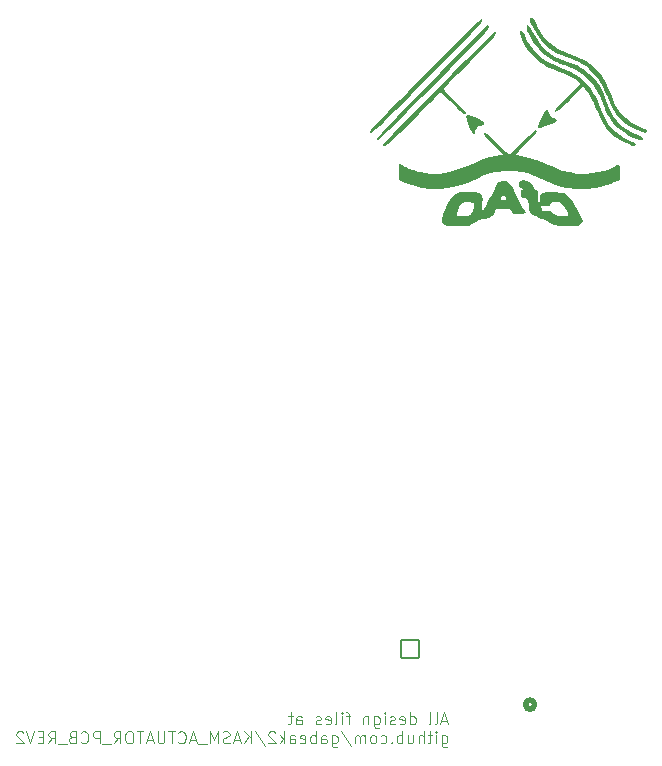
<source format=gbr>
%TF.GenerationSoftware,KiCad,Pcbnew,8.0.1*%
%TF.CreationDate,2024-11-04T21:37:07-08:00*%
%TF.ProjectId,kasm_pcb_rev2,6b61736d-5f70-4636-925f-726576322e6b,rev?*%
%TF.SameCoordinates,Original*%
%TF.FileFunction,Legend,Bot*%
%TF.FilePolarity,Positive*%
%FSLAX46Y46*%
G04 Gerber Fmt 4.6, Leading zero omitted, Abs format (unit mm)*
G04 Created by KiCad (PCBNEW 8.0.1) date 2024-11-04 21:37:07*
%MOMM*%
%LPD*%
G01*
G04 APERTURE LIST*
G04 Aperture macros list*
%AMRoundRect*
0 Rectangle with rounded corners*
0 $1 Rounding radius*
0 $2 $3 $4 $5 $6 $7 $8 $9 X,Y pos of 4 corners*
0 Add a 4 corners polygon primitive as box body*
4,1,4,$2,$3,$4,$5,$6,$7,$8,$9,$2,$3,0*
0 Add four circle primitives for the rounded corners*
1,1,$1+$1,$2,$3*
1,1,$1+$1,$4,$5*
1,1,$1+$1,$6,$7*
1,1,$1+$1,$8,$9*
0 Add four rect primitives between the rounded corners*
20,1,$1+$1,$2,$3,$4,$5,0*
20,1,$1+$1,$4,$5,$6,$7,0*
20,1,$1+$1,$6,$7,$8,$9,0*
20,1,$1+$1,$8,$9,$2,$3,0*%
G04 Aperture macros list end*
%ADD10C,0.100000*%
%ADD11C,0.508000*%
%ADD12C,0.000000*%
%ADD13C,4.395000*%
%ADD14RoundRect,0.102000X-0.781050X-0.781050X0.781050X-0.781050X0.781050X0.781050X-0.781050X0.781050X0*%
%ADD15C,1.766100*%
%ADD16R,1.000000X1.000000*%
%ADD17RoundRect,0.250000X1.330000X1.800000X-1.330000X1.800000X-1.330000X-1.800000X1.330000X-1.800000X0*%
%ADD18O,3.160000X4.100000*%
%ADD19C,5.600000*%
%ADD20C,1.574800*%
%ADD21C,1.575000*%
%ADD22C,5.175000*%
%ADD23C,1.000000*%
%ADD24R,1.700000X1.700000*%
%ADD25O,1.700000X1.700000*%
G04 APERTURE END LIST*
D10*
X124330734Y-120353960D02*
X123854544Y-120353960D01*
X124425972Y-120639675D02*
X124092639Y-119639675D01*
X124092639Y-119639675D02*
X123759306Y-120639675D01*
X123283115Y-120639675D02*
X123378353Y-120592056D01*
X123378353Y-120592056D02*
X123425972Y-120496817D01*
X123425972Y-120496817D02*
X123425972Y-119639675D01*
X122759305Y-120639675D02*
X122854543Y-120592056D01*
X122854543Y-120592056D02*
X122902162Y-120496817D01*
X122902162Y-120496817D02*
X122902162Y-119639675D01*
X121187876Y-120639675D02*
X121187876Y-119639675D01*
X121187876Y-120592056D02*
X121283114Y-120639675D01*
X121283114Y-120639675D02*
X121473590Y-120639675D01*
X121473590Y-120639675D02*
X121568828Y-120592056D01*
X121568828Y-120592056D02*
X121616447Y-120544436D01*
X121616447Y-120544436D02*
X121664066Y-120449198D01*
X121664066Y-120449198D02*
X121664066Y-120163484D01*
X121664066Y-120163484D02*
X121616447Y-120068246D01*
X121616447Y-120068246D02*
X121568828Y-120020627D01*
X121568828Y-120020627D02*
X121473590Y-119973008D01*
X121473590Y-119973008D02*
X121283114Y-119973008D01*
X121283114Y-119973008D02*
X121187876Y-120020627D01*
X120330733Y-120592056D02*
X120425971Y-120639675D01*
X120425971Y-120639675D02*
X120616447Y-120639675D01*
X120616447Y-120639675D02*
X120711685Y-120592056D01*
X120711685Y-120592056D02*
X120759304Y-120496817D01*
X120759304Y-120496817D02*
X120759304Y-120115865D01*
X120759304Y-120115865D02*
X120711685Y-120020627D01*
X120711685Y-120020627D02*
X120616447Y-119973008D01*
X120616447Y-119973008D02*
X120425971Y-119973008D01*
X120425971Y-119973008D02*
X120330733Y-120020627D01*
X120330733Y-120020627D02*
X120283114Y-120115865D01*
X120283114Y-120115865D02*
X120283114Y-120211103D01*
X120283114Y-120211103D02*
X120759304Y-120306341D01*
X119902161Y-120592056D02*
X119806923Y-120639675D01*
X119806923Y-120639675D02*
X119616447Y-120639675D01*
X119616447Y-120639675D02*
X119521209Y-120592056D01*
X119521209Y-120592056D02*
X119473590Y-120496817D01*
X119473590Y-120496817D02*
X119473590Y-120449198D01*
X119473590Y-120449198D02*
X119521209Y-120353960D01*
X119521209Y-120353960D02*
X119616447Y-120306341D01*
X119616447Y-120306341D02*
X119759304Y-120306341D01*
X119759304Y-120306341D02*
X119854542Y-120258722D01*
X119854542Y-120258722D02*
X119902161Y-120163484D01*
X119902161Y-120163484D02*
X119902161Y-120115865D01*
X119902161Y-120115865D02*
X119854542Y-120020627D01*
X119854542Y-120020627D02*
X119759304Y-119973008D01*
X119759304Y-119973008D02*
X119616447Y-119973008D01*
X119616447Y-119973008D02*
X119521209Y-120020627D01*
X119045018Y-120639675D02*
X119045018Y-119973008D01*
X119045018Y-119639675D02*
X119092637Y-119687294D01*
X119092637Y-119687294D02*
X119045018Y-119734913D01*
X119045018Y-119734913D02*
X118997399Y-119687294D01*
X118997399Y-119687294D02*
X119045018Y-119639675D01*
X119045018Y-119639675D02*
X119045018Y-119734913D01*
X118140257Y-119973008D02*
X118140257Y-120782532D01*
X118140257Y-120782532D02*
X118187876Y-120877770D01*
X118187876Y-120877770D02*
X118235495Y-120925389D01*
X118235495Y-120925389D02*
X118330733Y-120973008D01*
X118330733Y-120973008D02*
X118473590Y-120973008D01*
X118473590Y-120973008D02*
X118568828Y-120925389D01*
X118140257Y-120592056D02*
X118235495Y-120639675D01*
X118235495Y-120639675D02*
X118425971Y-120639675D01*
X118425971Y-120639675D02*
X118521209Y-120592056D01*
X118521209Y-120592056D02*
X118568828Y-120544436D01*
X118568828Y-120544436D02*
X118616447Y-120449198D01*
X118616447Y-120449198D02*
X118616447Y-120163484D01*
X118616447Y-120163484D02*
X118568828Y-120068246D01*
X118568828Y-120068246D02*
X118521209Y-120020627D01*
X118521209Y-120020627D02*
X118425971Y-119973008D01*
X118425971Y-119973008D02*
X118235495Y-119973008D01*
X118235495Y-119973008D02*
X118140257Y-120020627D01*
X117664066Y-119973008D02*
X117664066Y-120639675D01*
X117664066Y-120068246D02*
X117616447Y-120020627D01*
X117616447Y-120020627D02*
X117521209Y-119973008D01*
X117521209Y-119973008D02*
X117378352Y-119973008D01*
X117378352Y-119973008D02*
X117283114Y-120020627D01*
X117283114Y-120020627D02*
X117235495Y-120115865D01*
X117235495Y-120115865D02*
X117235495Y-120639675D01*
X116140256Y-119973008D02*
X115759304Y-119973008D01*
X115997399Y-120639675D02*
X115997399Y-119782532D01*
X115997399Y-119782532D02*
X115949780Y-119687294D01*
X115949780Y-119687294D02*
X115854542Y-119639675D01*
X115854542Y-119639675D02*
X115759304Y-119639675D01*
X115425970Y-120639675D02*
X115425970Y-119973008D01*
X115425970Y-119639675D02*
X115473589Y-119687294D01*
X115473589Y-119687294D02*
X115425970Y-119734913D01*
X115425970Y-119734913D02*
X115378351Y-119687294D01*
X115378351Y-119687294D02*
X115425970Y-119639675D01*
X115425970Y-119639675D02*
X115425970Y-119734913D01*
X114806923Y-120639675D02*
X114902161Y-120592056D01*
X114902161Y-120592056D02*
X114949780Y-120496817D01*
X114949780Y-120496817D02*
X114949780Y-119639675D01*
X114045018Y-120592056D02*
X114140256Y-120639675D01*
X114140256Y-120639675D02*
X114330732Y-120639675D01*
X114330732Y-120639675D02*
X114425970Y-120592056D01*
X114425970Y-120592056D02*
X114473589Y-120496817D01*
X114473589Y-120496817D02*
X114473589Y-120115865D01*
X114473589Y-120115865D02*
X114425970Y-120020627D01*
X114425970Y-120020627D02*
X114330732Y-119973008D01*
X114330732Y-119973008D02*
X114140256Y-119973008D01*
X114140256Y-119973008D02*
X114045018Y-120020627D01*
X114045018Y-120020627D02*
X113997399Y-120115865D01*
X113997399Y-120115865D02*
X113997399Y-120211103D01*
X113997399Y-120211103D02*
X114473589Y-120306341D01*
X113616446Y-120592056D02*
X113521208Y-120639675D01*
X113521208Y-120639675D02*
X113330732Y-120639675D01*
X113330732Y-120639675D02*
X113235494Y-120592056D01*
X113235494Y-120592056D02*
X113187875Y-120496817D01*
X113187875Y-120496817D02*
X113187875Y-120449198D01*
X113187875Y-120449198D02*
X113235494Y-120353960D01*
X113235494Y-120353960D02*
X113330732Y-120306341D01*
X113330732Y-120306341D02*
X113473589Y-120306341D01*
X113473589Y-120306341D02*
X113568827Y-120258722D01*
X113568827Y-120258722D02*
X113616446Y-120163484D01*
X113616446Y-120163484D02*
X113616446Y-120115865D01*
X113616446Y-120115865D02*
X113568827Y-120020627D01*
X113568827Y-120020627D02*
X113473589Y-119973008D01*
X113473589Y-119973008D02*
X113330732Y-119973008D01*
X113330732Y-119973008D02*
X113235494Y-120020627D01*
X111568827Y-120639675D02*
X111568827Y-120115865D01*
X111568827Y-120115865D02*
X111616446Y-120020627D01*
X111616446Y-120020627D02*
X111711684Y-119973008D01*
X111711684Y-119973008D02*
X111902160Y-119973008D01*
X111902160Y-119973008D02*
X111997398Y-120020627D01*
X111568827Y-120592056D02*
X111664065Y-120639675D01*
X111664065Y-120639675D02*
X111902160Y-120639675D01*
X111902160Y-120639675D02*
X111997398Y-120592056D01*
X111997398Y-120592056D02*
X112045017Y-120496817D01*
X112045017Y-120496817D02*
X112045017Y-120401579D01*
X112045017Y-120401579D02*
X111997398Y-120306341D01*
X111997398Y-120306341D02*
X111902160Y-120258722D01*
X111902160Y-120258722D02*
X111664065Y-120258722D01*
X111664065Y-120258722D02*
X111568827Y-120211103D01*
X111235493Y-119973008D02*
X110854541Y-119973008D01*
X111092636Y-119639675D02*
X111092636Y-120496817D01*
X111092636Y-120496817D02*
X111045017Y-120592056D01*
X111045017Y-120592056D02*
X110949779Y-120639675D01*
X110949779Y-120639675D02*
X110854541Y-120639675D01*
X123854544Y-121582952D02*
X123854544Y-122392476D01*
X123854544Y-122392476D02*
X123902163Y-122487714D01*
X123902163Y-122487714D02*
X123949782Y-122535333D01*
X123949782Y-122535333D02*
X124045020Y-122582952D01*
X124045020Y-122582952D02*
X124187877Y-122582952D01*
X124187877Y-122582952D02*
X124283115Y-122535333D01*
X123854544Y-122202000D02*
X123949782Y-122249619D01*
X123949782Y-122249619D02*
X124140258Y-122249619D01*
X124140258Y-122249619D02*
X124235496Y-122202000D01*
X124235496Y-122202000D02*
X124283115Y-122154380D01*
X124283115Y-122154380D02*
X124330734Y-122059142D01*
X124330734Y-122059142D02*
X124330734Y-121773428D01*
X124330734Y-121773428D02*
X124283115Y-121678190D01*
X124283115Y-121678190D02*
X124235496Y-121630571D01*
X124235496Y-121630571D02*
X124140258Y-121582952D01*
X124140258Y-121582952D02*
X123949782Y-121582952D01*
X123949782Y-121582952D02*
X123854544Y-121630571D01*
X123378353Y-122249619D02*
X123378353Y-121582952D01*
X123378353Y-121249619D02*
X123425972Y-121297238D01*
X123425972Y-121297238D02*
X123378353Y-121344857D01*
X123378353Y-121344857D02*
X123330734Y-121297238D01*
X123330734Y-121297238D02*
X123378353Y-121249619D01*
X123378353Y-121249619D02*
X123378353Y-121344857D01*
X123045020Y-121582952D02*
X122664068Y-121582952D01*
X122902163Y-121249619D02*
X122902163Y-122106761D01*
X122902163Y-122106761D02*
X122854544Y-122202000D01*
X122854544Y-122202000D02*
X122759306Y-122249619D01*
X122759306Y-122249619D02*
X122664068Y-122249619D01*
X122330734Y-122249619D02*
X122330734Y-121249619D01*
X121902163Y-122249619D02*
X121902163Y-121725809D01*
X121902163Y-121725809D02*
X121949782Y-121630571D01*
X121949782Y-121630571D02*
X122045020Y-121582952D01*
X122045020Y-121582952D02*
X122187877Y-121582952D01*
X122187877Y-121582952D02*
X122283115Y-121630571D01*
X122283115Y-121630571D02*
X122330734Y-121678190D01*
X120997401Y-121582952D02*
X120997401Y-122249619D01*
X121425972Y-121582952D02*
X121425972Y-122106761D01*
X121425972Y-122106761D02*
X121378353Y-122202000D01*
X121378353Y-122202000D02*
X121283115Y-122249619D01*
X121283115Y-122249619D02*
X121140258Y-122249619D01*
X121140258Y-122249619D02*
X121045020Y-122202000D01*
X121045020Y-122202000D02*
X120997401Y-122154380D01*
X120521210Y-122249619D02*
X120521210Y-121249619D01*
X120521210Y-121630571D02*
X120425972Y-121582952D01*
X120425972Y-121582952D02*
X120235496Y-121582952D01*
X120235496Y-121582952D02*
X120140258Y-121630571D01*
X120140258Y-121630571D02*
X120092639Y-121678190D01*
X120092639Y-121678190D02*
X120045020Y-121773428D01*
X120045020Y-121773428D02*
X120045020Y-122059142D01*
X120045020Y-122059142D02*
X120092639Y-122154380D01*
X120092639Y-122154380D02*
X120140258Y-122202000D01*
X120140258Y-122202000D02*
X120235496Y-122249619D01*
X120235496Y-122249619D02*
X120425972Y-122249619D01*
X120425972Y-122249619D02*
X120521210Y-122202000D01*
X119616448Y-122154380D02*
X119568829Y-122202000D01*
X119568829Y-122202000D02*
X119616448Y-122249619D01*
X119616448Y-122249619D02*
X119664067Y-122202000D01*
X119664067Y-122202000D02*
X119616448Y-122154380D01*
X119616448Y-122154380D02*
X119616448Y-122249619D01*
X118711687Y-122202000D02*
X118806925Y-122249619D01*
X118806925Y-122249619D02*
X118997401Y-122249619D01*
X118997401Y-122249619D02*
X119092639Y-122202000D01*
X119092639Y-122202000D02*
X119140258Y-122154380D01*
X119140258Y-122154380D02*
X119187877Y-122059142D01*
X119187877Y-122059142D02*
X119187877Y-121773428D01*
X119187877Y-121773428D02*
X119140258Y-121678190D01*
X119140258Y-121678190D02*
X119092639Y-121630571D01*
X119092639Y-121630571D02*
X118997401Y-121582952D01*
X118997401Y-121582952D02*
X118806925Y-121582952D01*
X118806925Y-121582952D02*
X118711687Y-121630571D01*
X118140258Y-122249619D02*
X118235496Y-122202000D01*
X118235496Y-122202000D02*
X118283115Y-122154380D01*
X118283115Y-122154380D02*
X118330734Y-122059142D01*
X118330734Y-122059142D02*
X118330734Y-121773428D01*
X118330734Y-121773428D02*
X118283115Y-121678190D01*
X118283115Y-121678190D02*
X118235496Y-121630571D01*
X118235496Y-121630571D02*
X118140258Y-121582952D01*
X118140258Y-121582952D02*
X117997401Y-121582952D01*
X117997401Y-121582952D02*
X117902163Y-121630571D01*
X117902163Y-121630571D02*
X117854544Y-121678190D01*
X117854544Y-121678190D02*
X117806925Y-121773428D01*
X117806925Y-121773428D02*
X117806925Y-122059142D01*
X117806925Y-122059142D02*
X117854544Y-122154380D01*
X117854544Y-122154380D02*
X117902163Y-122202000D01*
X117902163Y-122202000D02*
X117997401Y-122249619D01*
X117997401Y-122249619D02*
X118140258Y-122249619D01*
X117378353Y-122249619D02*
X117378353Y-121582952D01*
X117378353Y-121678190D02*
X117330734Y-121630571D01*
X117330734Y-121630571D02*
X117235496Y-121582952D01*
X117235496Y-121582952D02*
X117092639Y-121582952D01*
X117092639Y-121582952D02*
X116997401Y-121630571D01*
X116997401Y-121630571D02*
X116949782Y-121725809D01*
X116949782Y-121725809D02*
X116949782Y-122249619D01*
X116949782Y-121725809D02*
X116902163Y-121630571D01*
X116902163Y-121630571D02*
X116806925Y-121582952D01*
X116806925Y-121582952D02*
X116664068Y-121582952D01*
X116664068Y-121582952D02*
X116568829Y-121630571D01*
X116568829Y-121630571D02*
X116521210Y-121725809D01*
X116521210Y-121725809D02*
X116521210Y-122249619D01*
X115330735Y-121202000D02*
X116187877Y-122487714D01*
X114568830Y-121582952D02*
X114568830Y-122392476D01*
X114568830Y-122392476D02*
X114616449Y-122487714D01*
X114616449Y-122487714D02*
X114664068Y-122535333D01*
X114664068Y-122535333D02*
X114759306Y-122582952D01*
X114759306Y-122582952D02*
X114902163Y-122582952D01*
X114902163Y-122582952D02*
X114997401Y-122535333D01*
X114568830Y-122202000D02*
X114664068Y-122249619D01*
X114664068Y-122249619D02*
X114854544Y-122249619D01*
X114854544Y-122249619D02*
X114949782Y-122202000D01*
X114949782Y-122202000D02*
X114997401Y-122154380D01*
X114997401Y-122154380D02*
X115045020Y-122059142D01*
X115045020Y-122059142D02*
X115045020Y-121773428D01*
X115045020Y-121773428D02*
X114997401Y-121678190D01*
X114997401Y-121678190D02*
X114949782Y-121630571D01*
X114949782Y-121630571D02*
X114854544Y-121582952D01*
X114854544Y-121582952D02*
X114664068Y-121582952D01*
X114664068Y-121582952D02*
X114568830Y-121630571D01*
X113664068Y-122249619D02*
X113664068Y-121725809D01*
X113664068Y-121725809D02*
X113711687Y-121630571D01*
X113711687Y-121630571D02*
X113806925Y-121582952D01*
X113806925Y-121582952D02*
X113997401Y-121582952D01*
X113997401Y-121582952D02*
X114092639Y-121630571D01*
X113664068Y-122202000D02*
X113759306Y-122249619D01*
X113759306Y-122249619D02*
X113997401Y-122249619D01*
X113997401Y-122249619D02*
X114092639Y-122202000D01*
X114092639Y-122202000D02*
X114140258Y-122106761D01*
X114140258Y-122106761D02*
X114140258Y-122011523D01*
X114140258Y-122011523D02*
X114092639Y-121916285D01*
X114092639Y-121916285D02*
X113997401Y-121868666D01*
X113997401Y-121868666D02*
X113759306Y-121868666D01*
X113759306Y-121868666D02*
X113664068Y-121821047D01*
X113187877Y-122249619D02*
X113187877Y-121249619D01*
X113187877Y-121630571D02*
X113092639Y-121582952D01*
X113092639Y-121582952D02*
X112902163Y-121582952D01*
X112902163Y-121582952D02*
X112806925Y-121630571D01*
X112806925Y-121630571D02*
X112759306Y-121678190D01*
X112759306Y-121678190D02*
X112711687Y-121773428D01*
X112711687Y-121773428D02*
X112711687Y-122059142D01*
X112711687Y-122059142D02*
X112759306Y-122154380D01*
X112759306Y-122154380D02*
X112806925Y-122202000D01*
X112806925Y-122202000D02*
X112902163Y-122249619D01*
X112902163Y-122249619D02*
X113092639Y-122249619D01*
X113092639Y-122249619D02*
X113187877Y-122202000D01*
X111902163Y-122202000D02*
X111997401Y-122249619D01*
X111997401Y-122249619D02*
X112187877Y-122249619D01*
X112187877Y-122249619D02*
X112283115Y-122202000D01*
X112283115Y-122202000D02*
X112330734Y-122106761D01*
X112330734Y-122106761D02*
X112330734Y-121725809D01*
X112330734Y-121725809D02*
X112283115Y-121630571D01*
X112283115Y-121630571D02*
X112187877Y-121582952D01*
X112187877Y-121582952D02*
X111997401Y-121582952D01*
X111997401Y-121582952D02*
X111902163Y-121630571D01*
X111902163Y-121630571D02*
X111854544Y-121725809D01*
X111854544Y-121725809D02*
X111854544Y-121821047D01*
X111854544Y-121821047D02*
X112330734Y-121916285D01*
X110997401Y-122249619D02*
X110997401Y-121725809D01*
X110997401Y-121725809D02*
X111045020Y-121630571D01*
X111045020Y-121630571D02*
X111140258Y-121582952D01*
X111140258Y-121582952D02*
X111330734Y-121582952D01*
X111330734Y-121582952D02*
X111425972Y-121630571D01*
X110997401Y-122202000D02*
X111092639Y-122249619D01*
X111092639Y-122249619D02*
X111330734Y-122249619D01*
X111330734Y-122249619D02*
X111425972Y-122202000D01*
X111425972Y-122202000D02*
X111473591Y-122106761D01*
X111473591Y-122106761D02*
X111473591Y-122011523D01*
X111473591Y-122011523D02*
X111425972Y-121916285D01*
X111425972Y-121916285D02*
X111330734Y-121868666D01*
X111330734Y-121868666D02*
X111092639Y-121868666D01*
X111092639Y-121868666D02*
X110997401Y-121821047D01*
X110521210Y-122249619D02*
X110521210Y-121249619D01*
X110425972Y-121868666D02*
X110140258Y-122249619D01*
X110140258Y-121582952D02*
X110521210Y-121963904D01*
X109759305Y-121344857D02*
X109711686Y-121297238D01*
X109711686Y-121297238D02*
X109616448Y-121249619D01*
X109616448Y-121249619D02*
X109378353Y-121249619D01*
X109378353Y-121249619D02*
X109283115Y-121297238D01*
X109283115Y-121297238D02*
X109235496Y-121344857D01*
X109235496Y-121344857D02*
X109187877Y-121440095D01*
X109187877Y-121440095D02*
X109187877Y-121535333D01*
X109187877Y-121535333D02*
X109235496Y-121678190D01*
X109235496Y-121678190D02*
X109806924Y-122249619D01*
X109806924Y-122249619D02*
X109187877Y-122249619D01*
X108045020Y-121202000D02*
X108902162Y-122487714D01*
X107711686Y-122249619D02*
X107711686Y-121249619D01*
X107140258Y-122249619D02*
X107568829Y-121678190D01*
X107140258Y-121249619D02*
X107711686Y-121821047D01*
X106759305Y-121963904D02*
X106283115Y-121963904D01*
X106854543Y-122249619D02*
X106521210Y-121249619D01*
X106521210Y-121249619D02*
X106187877Y-122249619D01*
X105902162Y-122202000D02*
X105759305Y-122249619D01*
X105759305Y-122249619D02*
X105521210Y-122249619D01*
X105521210Y-122249619D02*
X105425972Y-122202000D01*
X105425972Y-122202000D02*
X105378353Y-122154380D01*
X105378353Y-122154380D02*
X105330734Y-122059142D01*
X105330734Y-122059142D02*
X105330734Y-121963904D01*
X105330734Y-121963904D02*
X105378353Y-121868666D01*
X105378353Y-121868666D02*
X105425972Y-121821047D01*
X105425972Y-121821047D02*
X105521210Y-121773428D01*
X105521210Y-121773428D02*
X105711686Y-121725809D01*
X105711686Y-121725809D02*
X105806924Y-121678190D01*
X105806924Y-121678190D02*
X105854543Y-121630571D01*
X105854543Y-121630571D02*
X105902162Y-121535333D01*
X105902162Y-121535333D02*
X105902162Y-121440095D01*
X105902162Y-121440095D02*
X105854543Y-121344857D01*
X105854543Y-121344857D02*
X105806924Y-121297238D01*
X105806924Y-121297238D02*
X105711686Y-121249619D01*
X105711686Y-121249619D02*
X105473591Y-121249619D01*
X105473591Y-121249619D02*
X105330734Y-121297238D01*
X104902162Y-122249619D02*
X104902162Y-121249619D01*
X104902162Y-121249619D02*
X104568829Y-121963904D01*
X104568829Y-121963904D02*
X104235496Y-121249619D01*
X104235496Y-121249619D02*
X104235496Y-122249619D01*
X103997401Y-122344857D02*
X103235496Y-122344857D01*
X103045019Y-121963904D02*
X102568829Y-121963904D01*
X103140257Y-122249619D02*
X102806924Y-121249619D01*
X102806924Y-121249619D02*
X102473591Y-122249619D01*
X101568829Y-122154380D02*
X101616448Y-122202000D01*
X101616448Y-122202000D02*
X101759305Y-122249619D01*
X101759305Y-122249619D02*
X101854543Y-122249619D01*
X101854543Y-122249619D02*
X101997400Y-122202000D01*
X101997400Y-122202000D02*
X102092638Y-122106761D01*
X102092638Y-122106761D02*
X102140257Y-122011523D01*
X102140257Y-122011523D02*
X102187876Y-121821047D01*
X102187876Y-121821047D02*
X102187876Y-121678190D01*
X102187876Y-121678190D02*
X102140257Y-121487714D01*
X102140257Y-121487714D02*
X102092638Y-121392476D01*
X102092638Y-121392476D02*
X101997400Y-121297238D01*
X101997400Y-121297238D02*
X101854543Y-121249619D01*
X101854543Y-121249619D02*
X101759305Y-121249619D01*
X101759305Y-121249619D02*
X101616448Y-121297238D01*
X101616448Y-121297238D02*
X101568829Y-121344857D01*
X101283114Y-121249619D02*
X100711686Y-121249619D01*
X100997400Y-122249619D02*
X100997400Y-121249619D01*
X100378352Y-121249619D02*
X100378352Y-122059142D01*
X100378352Y-122059142D02*
X100330733Y-122154380D01*
X100330733Y-122154380D02*
X100283114Y-122202000D01*
X100283114Y-122202000D02*
X100187876Y-122249619D01*
X100187876Y-122249619D02*
X99997400Y-122249619D01*
X99997400Y-122249619D02*
X99902162Y-122202000D01*
X99902162Y-122202000D02*
X99854543Y-122154380D01*
X99854543Y-122154380D02*
X99806924Y-122059142D01*
X99806924Y-122059142D02*
X99806924Y-121249619D01*
X99378352Y-121963904D02*
X98902162Y-121963904D01*
X99473590Y-122249619D02*
X99140257Y-121249619D01*
X99140257Y-121249619D02*
X98806924Y-122249619D01*
X98616447Y-121249619D02*
X98045019Y-121249619D01*
X98330733Y-122249619D02*
X98330733Y-121249619D01*
X97521209Y-121249619D02*
X97330733Y-121249619D01*
X97330733Y-121249619D02*
X97235495Y-121297238D01*
X97235495Y-121297238D02*
X97140257Y-121392476D01*
X97140257Y-121392476D02*
X97092638Y-121582952D01*
X97092638Y-121582952D02*
X97092638Y-121916285D01*
X97092638Y-121916285D02*
X97140257Y-122106761D01*
X97140257Y-122106761D02*
X97235495Y-122202000D01*
X97235495Y-122202000D02*
X97330733Y-122249619D01*
X97330733Y-122249619D02*
X97521209Y-122249619D01*
X97521209Y-122249619D02*
X97616447Y-122202000D01*
X97616447Y-122202000D02*
X97711685Y-122106761D01*
X97711685Y-122106761D02*
X97759304Y-121916285D01*
X97759304Y-121916285D02*
X97759304Y-121582952D01*
X97759304Y-121582952D02*
X97711685Y-121392476D01*
X97711685Y-121392476D02*
X97616447Y-121297238D01*
X97616447Y-121297238D02*
X97521209Y-121249619D01*
X96092638Y-122249619D02*
X96425971Y-121773428D01*
X96664066Y-122249619D02*
X96664066Y-121249619D01*
X96664066Y-121249619D02*
X96283114Y-121249619D01*
X96283114Y-121249619D02*
X96187876Y-121297238D01*
X96187876Y-121297238D02*
X96140257Y-121344857D01*
X96140257Y-121344857D02*
X96092638Y-121440095D01*
X96092638Y-121440095D02*
X96092638Y-121582952D01*
X96092638Y-121582952D02*
X96140257Y-121678190D01*
X96140257Y-121678190D02*
X96187876Y-121725809D01*
X96187876Y-121725809D02*
X96283114Y-121773428D01*
X96283114Y-121773428D02*
X96664066Y-121773428D01*
X95902162Y-122344857D02*
X95140257Y-122344857D01*
X94902161Y-122249619D02*
X94902161Y-121249619D01*
X94902161Y-121249619D02*
X94521209Y-121249619D01*
X94521209Y-121249619D02*
X94425971Y-121297238D01*
X94425971Y-121297238D02*
X94378352Y-121344857D01*
X94378352Y-121344857D02*
X94330733Y-121440095D01*
X94330733Y-121440095D02*
X94330733Y-121582952D01*
X94330733Y-121582952D02*
X94378352Y-121678190D01*
X94378352Y-121678190D02*
X94425971Y-121725809D01*
X94425971Y-121725809D02*
X94521209Y-121773428D01*
X94521209Y-121773428D02*
X94902161Y-121773428D01*
X93330733Y-122154380D02*
X93378352Y-122202000D01*
X93378352Y-122202000D02*
X93521209Y-122249619D01*
X93521209Y-122249619D02*
X93616447Y-122249619D01*
X93616447Y-122249619D02*
X93759304Y-122202000D01*
X93759304Y-122202000D02*
X93854542Y-122106761D01*
X93854542Y-122106761D02*
X93902161Y-122011523D01*
X93902161Y-122011523D02*
X93949780Y-121821047D01*
X93949780Y-121821047D02*
X93949780Y-121678190D01*
X93949780Y-121678190D02*
X93902161Y-121487714D01*
X93902161Y-121487714D02*
X93854542Y-121392476D01*
X93854542Y-121392476D02*
X93759304Y-121297238D01*
X93759304Y-121297238D02*
X93616447Y-121249619D01*
X93616447Y-121249619D02*
X93521209Y-121249619D01*
X93521209Y-121249619D02*
X93378352Y-121297238D01*
X93378352Y-121297238D02*
X93330733Y-121344857D01*
X92568828Y-121725809D02*
X92425971Y-121773428D01*
X92425971Y-121773428D02*
X92378352Y-121821047D01*
X92378352Y-121821047D02*
X92330733Y-121916285D01*
X92330733Y-121916285D02*
X92330733Y-122059142D01*
X92330733Y-122059142D02*
X92378352Y-122154380D01*
X92378352Y-122154380D02*
X92425971Y-122202000D01*
X92425971Y-122202000D02*
X92521209Y-122249619D01*
X92521209Y-122249619D02*
X92902161Y-122249619D01*
X92902161Y-122249619D02*
X92902161Y-121249619D01*
X92902161Y-121249619D02*
X92568828Y-121249619D01*
X92568828Y-121249619D02*
X92473590Y-121297238D01*
X92473590Y-121297238D02*
X92425971Y-121344857D01*
X92425971Y-121344857D02*
X92378352Y-121440095D01*
X92378352Y-121440095D02*
X92378352Y-121535333D01*
X92378352Y-121535333D02*
X92425971Y-121630571D01*
X92425971Y-121630571D02*
X92473590Y-121678190D01*
X92473590Y-121678190D02*
X92568828Y-121725809D01*
X92568828Y-121725809D02*
X92902161Y-121725809D01*
X92140257Y-122344857D02*
X91378352Y-122344857D01*
X90568828Y-122249619D02*
X90902161Y-121773428D01*
X91140256Y-122249619D02*
X91140256Y-121249619D01*
X91140256Y-121249619D02*
X90759304Y-121249619D01*
X90759304Y-121249619D02*
X90664066Y-121297238D01*
X90664066Y-121297238D02*
X90616447Y-121344857D01*
X90616447Y-121344857D02*
X90568828Y-121440095D01*
X90568828Y-121440095D02*
X90568828Y-121582952D01*
X90568828Y-121582952D02*
X90616447Y-121678190D01*
X90616447Y-121678190D02*
X90664066Y-121725809D01*
X90664066Y-121725809D02*
X90759304Y-121773428D01*
X90759304Y-121773428D02*
X91140256Y-121773428D01*
X90140256Y-121725809D02*
X89806923Y-121725809D01*
X89664066Y-122249619D02*
X90140256Y-122249619D01*
X90140256Y-122249619D02*
X90140256Y-121249619D01*
X90140256Y-121249619D02*
X89664066Y-121249619D01*
X89378351Y-121249619D02*
X89045018Y-122249619D01*
X89045018Y-122249619D02*
X88711685Y-121249619D01*
X88425970Y-121344857D02*
X88378351Y-121297238D01*
X88378351Y-121297238D02*
X88283113Y-121249619D01*
X88283113Y-121249619D02*
X88045018Y-121249619D01*
X88045018Y-121249619D02*
X87949780Y-121297238D01*
X87949780Y-121297238D02*
X87902161Y-121344857D01*
X87902161Y-121344857D02*
X87854542Y-121440095D01*
X87854542Y-121440095D02*
X87854542Y-121535333D01*
X87854542Y-121535333D02*
X87902161Y-121678190D01*
X87902161Y-121678190D02*
X88473589Y-122249619D01*
X88473589Y-122249619D02*
X87854542Y-122249619D01*
D11*
%TO.C,J6*%
X131724400Y-118986800D02*
G75*
G02*
X130962400Y-118986800I-381000J0D01*
G01*
X130962400Y-118986800D02*
G75*
G02*
X131724400Y-118986800I381000J0D01*
G01*
D12*
%TO.C,G\u002A\u002A\u002A*%
G36*
X126180625Y-69048566D02*
G01*
X126429125Y-69131743D01*
X126717890Y-69256760D01*
X127006939Y-69403959D01*
X127256289Y-69553681D01*
X127425957Y-69686268D01*
X127475961Y-69782062D01*
X127466600Y-69798894D01*
X127342491Y-69882866D01*
X127132221Y-69957185D01*
X126959820Y-70013712D01*
X126816524Y-70133541D01*
X126723083Y-70359351D01*
X126654784Y-70558168D01*
X126582079Y-70672611D01*
X126503295Y-70663575D01*
X126408063Y-70521301D01*
X126286016Y-70236027D01*
X126126786Y-69797993D01*
X126012152Y-69437496D01*
X125956146Y-69170727D01*
X125972879Y-69043035D01*
X126012373Y-69026888D01*
X126180625Y-69048566D01*
G37*
G36*
X132766201Y-68575183D02*
G01*
X132846323Y-68691538D01*
X132926624Y-68899161D01*
X132999505Y-69094160D01*
X133120464Y-69229149D01*
X133332189Y-69304504D01*
X133524838Y-69367072D01*
X133622751Y-69460935D01*
X133563164Y-69577107D01*
X133343366Y-69719885D01*
X132960644Y-69893568D01*
X132601546Y-70032869D01*
X132269755Y-70139935D01*
X132060081Y-70177815D01*
X131986978Y-70142809D01*
X131991000Y-70125359D01*
X132038584Y-69992981D01*
X132122588Y-69782976D01*
X132124503Y-69778347D01*
X132347459Y-69258284D01*
X132527433Y-68878326D01*
X132660925Y-68645326D01*
X132744431Y-68566136D01*
X132766201Y-68575183D01*
G37*
G36*
X127807127Y-61481313D02*
G01*
X127870235Y-61584540D01*
X127868683Y-61634559D01*
X127769401Y-61808890D01*
X127540643Y-62084278D01*
X127180793Y-62462781D01*
X127143723Y-62500282D01*
X126926416Y-62720325D01*
X126605759Y-63045233D01*
X126194138Y-63462446D01*
X125703944Y-63959402D01*
X125147563Y-64523541D01*
X124537384Y-65142302D01*
X123885795Y-65803124D01*
X123205185Y-66493447D01*
X122507941Y-67200710D01*
X122209955Y-67502659D01*
X121548614Y-68170355D01*
X120924813Y-68796841D01*
X120348670Y-69372147D01*
X119830303Y-69886301D01*
X119379829Y-70329332D01*
X119007366Y-70691268D01*
X118723031Y-70962140D01*
X118536943Y-71131975D01*
X118459219Y-71190803D01*
X118396252Y-71162366D01*
X118370923Y-71026666D01*
X118399523Y-70983636D01*
X118537223Y-70823836D01*
X118782018Y-70556795D01*
X119126448Y-70190184D01*
X119563056Y-69731678D01*
X120084384Y-69188949D01*
X120682974Y-68569669D01*
X121351369Y-67881512D01*
X122082109Y-67132151D01*
X122867739Y-66329258D01*
X123700798Y-65480506D01*
X124573830Y-64593569D01*
X125479377Y-63676118D01*
X126409981Y-62735827D01*
X127358184Y-61780369D01*
X127564204Y-61583144D01*
X127714228Y-61477364D01*
X127807127Y-61481313D01*
G37*
G36*
X127241083Y-60958693D02*
G01*
X127279806Y-61010055D01*
X127252436Y-61110285D01*
X127150989Y-61269183D01*
X126967482Y-61496546D01*
X126693932Y-61802172D01*
X126322356Y-62195858D01*
X125844770Y-62687403D01*
X125253191Y-63286605D01*
X124727486Y-63816994D01*
X124091543Y-64459679D01*
X123394142Y-65165352D01*
X122664430Y-65904488D01*
X121931559Y-66647560D01*
X121224677Y-67365042D01*
X120572934Y-68027406D01*
X120012031Y-68596336D01*
X119444680Y-69166740D01*
X118977546Y-69628811D01*
X118601692Y-69990372D01*
X118308181Y-70259246D01*
X118088076Y-70443256D01*
X117932440Y-70550224D01*
X117832336Y-70587975D01*
X117778828Y-70564330D01*
X117762978Y-70487114D01*
X117763976Y-70478925D01*
X117778847Y-70445956D01*
X117816899Y-70391635D01*
X117884983Y-70308888D01*
X117989950Y-70190641D01*
X118138649Y-70029821D01*
X118337931Y-69819354D01*
X118594647Y-69552167D01*
X118915647Y-69221185D01*
X119307781Y-68819336D01*
X119777900Y-68339546D01*
X120332855Y-67774741D01*
X120979494Y-67117848D01*
X121724670Y-66361793D01*
X122575232Y-65499502D01*
X123538031Y-64523902D01*
X124139057Y-63916318D01*
X124745547Y-63306046D01*
X125307941Y-62743031D01*
X125815593Y-62237788D01*
X126257861Y-61800831D01*
X126624098Y-61442673D01*
X126903662Y-61173828D01*
X127085907Y-61004811D01*
X127160189Y-60946136D01*
X127241083Y-60958693D01*
G37*
G36*
X131257990Y-61566405D02*
G01*
X131435300Y-61805751D01*
X131644398Y-62175764D01*
X131816378Y-62492924D01*
X132288764Y-63173262D01*
X132842702Y-63716926D01*
X133497628Y-64140819D01*
X134272978Y-64461846D01*
X134825764Y-64654686D01*
X135282879Y-64847090D01*
X135662069Y-65051690D01*
X136008644Y-65290109D01*
X136342505Y-65561073D01*
X136832715Y-66051234D01*
X137236157Y-66601656D01*
X137577600Y-67248543D01*
X137881813Y-68028099D01*
X137891813Y-68056966D01*
X138042349Y-68442344D01*
X138216413Y-68821747D01*
X138378329Y-69116943D01*
X138750049Y-69609413D01*
X139251609Y-70073161D01*
X139875456Y-70477093D01*
X140644144Y-70838345D01*
X140806286Y-70940967D01*
X140876978Y-71061987D01*
X140876058Y-71080818D01*
X140808112Y-71171885D01*
X140626244Y-71172169D01*
X140321747Y-71080199D01*
X139885915Y-70894505D01*
X139760127Y-70832616D01*
X139283801Y-70537386D01*
X138820527Y-70165641D01*
X138406327Y-69752287D01*
X138077222Y-69332228D01*
X137869233Y-68940366D01*
X137810098Y-68785708D01*
X137717141Y-68562765D01*
X137654842Y-68439136D01*
X137652763Y-68436107D01*
X137593549Y-68294100D01*
X137535437Y-68078133D01*
X137459879Y-67836141D01*
X137286804Y-67449016D01*
X137054735Y-67020376D01*
X136792497Y-66599038D01*
X136528912Y-66233820D01*
X136292806Y-65973539D01*
X135987617Y-65723517D01*
X135276423Y-65277722D01*
X134472057Y-64929563D01*
X134291783Y-64866537D01*
X133904217Y-64726062D01*
X133612186Y-64607092D01*
X133368124Y-64487116D01*
X133124465Y-64343620D01*
X132833644Y-64154090D01*
X132620158Y-63999645D01*
X132068355Y-63480601D01*
X131589742Y-62853178D01*
X131219315Y-62160592D01*
X131126322Y-61924971D01*
X131046633Y-61637011D01*
X131050671Y-61481572D01*
X131125452Y-61458191D01*
X131257990Y-61566405D01*
G37*
G36*
X131555341Y-60833681D02*
G01*
X131643241Y-60925871D01*
X131752604Y-61124025D01*
X131903220Y-61454136D01*
X132028025Y-61712683D01*
X132480694Y-62398294D01*
X133056751Y-62987430D01*
X133732600Y-63458733D01*
X134484644Y-63790843D01*
X135358026Y-64120927D01*
X136106638Y-64511476D01*
X136728520Y-64972950D01*
X137243209Y-65522804D01*
X137670245Y-66178492D01*
X138029164Y-66957469D01*
X138243965Y-67490887D01*
X138478356Y-68024008D01*
X138689992Y-68439731D01*
X138891903Y-68763216D01*
X139097120Y-69019622D01*
X139444725Y-69343691D01*
X139951259Y-69706562D01*
X140500586Y-70011344D01*
X141025144Y-70216109D01*
X141128571Y-70264360D01*
X141215423Y-70396320D01*
X141158269Y-70542623D01*
X141149399Y-70550324D01*
X141056467Y-70570583D01*
X140886127Y-70532978D01*
X140614408Y-70430178D01*
X140217340Y-70254851D01*
X139764398Y-70016589D01*
X139133430Y-69547309D01*
X138607441Y-68959307D01*
X138177891Y-68242296D01*
X137836243Y-67385988D01*
X137790875Y-67252801D01*
X137448869Y-66500745D01*
X136992319Y-65809418D01*
X136453648Y-65229394D01*
X136366973Y-65152986D01*
X136126238Y-64950724D01*
X135941089Y-64809631D01*
X135845978Y-64756516D01*
X135777494Y-64735129D01*
X135634311Y-64638298D01*
X135569955Y-64597227D01*
X135358462Y-64498002D01*
X135053180Y-64375496D01*
X134696311Y-64247297D01*
X134671920Y-64239006D01*
X134192580Y-64070691D01*
X133832153Y-63928603D01*
X133548735Y-63792753D01*
X133300422Y-63643156D01*
X133045311Y-63459824D01*
X132657627Y-63135548D01*
X132279003Y-62728646D01*
X131940669Y-62244289D01*
X131607433Y-61637886D01*
X131459078Y-61336444D01*
X131356833Y-61101609D01*
X131322407Y-60959588D01*
X131349161Y-60880190D01*
X131430454Y-60833227D01*
X131469113Y-60821465D01*
X131555341Y-60833681D01*
G37*
G36*
X128364998Y-62049534D02*
G01*
X128441275Y-62074071D01*
X128459106Y-62138740D01*
X128410515Y-62253170D01*
X128287528Y-62426992D01*
X128082166Y-62669833D01*
X127786456Y-62991324D01*
X127392421Y-63401093D01*
X126892084Y-63908770D01*
X126277471Y-64523985D01*
X126224636Y-64576668D01*
X125721072Y-65081109D01*
X125258794Y-65548259D01*
X124850991Y-65964491D01*
X124510852Y-66316179D01*
X124251567Y-66589698D01*
X124086323Y-66771420D01*
X124028311Y-66847719D01*
X124045433Y-66884272D01*
X124157650Y-67025392D01*
X124351478Y-67236038D01*
X124599811Y-67485937D01*
X124779787Y-67661346D01*
X125193374Y-68067670D01*
X125500449Y-68376734D01*
X125713057Y-68602581D01*
X125843243Y-68759250D01*
X125903052Y-68860782D01*
X125904529Y-68921219D01*
X125859720Y-68954601D01*
X125792841Y-68953240D01*
X125658770Y-68880727D01*
X125457242Y-68717248D01*
X125173598Y-68450625D01*
X124793178Y-68068681D01*
X124608952Y-67881665D01*
X124307819Y-67582628D01*
X124058284Y-67343265D01*
X123882257Y-67184386D01*
X123801642Y-67126803D01*
X123794924Y-67129874D01*
X123696098Y-67213284D01*
X123494317Y-67400998D01*
X123202902Y-67680083D01*
X122835174Y-68037604D01*
X122404454Y-68460630D01*
X121924061Y-68936227D01*
X121407316Y-69451462D01*
X120813520Y-70043452D01*
X120297829Y-70552211D01*
X119881704Y-70955500D01*
X119555972Y-71261736D01*
X119311456Y-71479339D01*
X119138980Y-71616727D01*
X119029370Y-71682318D01*
X118973449Y-71684532D01*
X118963158Y-71675317D01*
X118932638Y-71590680D01*
X118997839Y-71457715D01*
X119173616Y-71243705D01*
X119216241Y-71196493D01*
X119417544Y-70981419D01*
X119712787Y-70673362D01*
X120090774Y-70283569D01*
X120540310Y-69823286D01*
X121050198Y-69303759D01*
X121609244Y-68736232D01*
X122206252Y-68131953D01*
X122830025Y-67502166D01*
X123469369Y-66858118D01*
X124113087Y-66211054D01*
X124749984Y-65572220D01*
X125368863Y-64952862D01*
X125958530Y-64364225D01*
X126507789Y-63817556D01*
X127005443Y-63324099D01*
X127440297Y-62895101D01*
X127801156Y-62541808D01*
X128076824Y-62275464D01*
X128256104Y-62107317D01*
X128327802Y-62048611D01*
X128364998Y-62049534D01*
G37*
G36*
X130681700Y-61942953D02*
G01*
X130793763Y-62087407D01*
X130904861Y-62326089D01*
X131123835Y-62807544D01*
X131560871Y-63469495D01*
X132115079Y-64057948D01*
X132406856Y-64303359D01*
X132708426Y-64513887D01*
X133041332Y-64692695D01*
X133450036Y-64863445D01*
X133978997Y-65049795D01*
X133995319Y-65055280D01*
X134797815Y-65391336D01*
X135487367Y-65815512D01*
X136041347Y-66313935D01*
X136065895Y-66341058D01*
X136251189Y-66540655D01*
X136401309Y-66694935D01*
X136407112Y-66700753D01*
X136539952Y-66878376D01*
X136710574Y-67162093D01*
X136894265Y-67503856D01*
X137066315Y-67855617D01*
X137202011Y-68169326D01*
X137276643Y-68396935D01*
X137401637Y-68795297D01*
X137653604Y-69312015D01*
X137986180Y-69819583D01*
X138366545Y-70261844D01*
X138627288Y-70491793D01*
X138962677Y-70741422D01*
X139323498Y-70976687D01*
X139670959Y-71173971D01*
X139966270Y-71309659D01*
X140170640Y-71360136D01*
X140236918Y-71392114D01*
X140284311Y-71529469D01*
X140260680Y-71639365D01*
X140171066Y-71686534D01*
X139995366Y-71658397D01*
X139713564Y-71551539D01*
X139305644Y-71362548D01*
X138980235Y-71190801D01*
X138308165Y-70717708D01*
X137757537Y-70137408D01*
X137318494Y-69438222D01*
X136981177Y-68608469D01*
X136964415Y-68557586D01*
X136773258Y-68071184D01*
X136534145Y-67584321D01*
X136276477Y-67151977D01*
X136029656Y-66829132D01*
X135836321Y-66620629D01*
X134694736Y-67759578D01*
X134439922Y-68012248D01*
X134079522Y-68360744D01*
X133812116Y-68603864D01*
X133623542Y-68753440D01*
X133499635Y-68821304D01*
X133426231Y-68819290D01*
X133403212Y-68774188D01*
X133440215Y-68681045D01*
X133553251Y-68528166D01*
X133754086Y-68301416D01*
X134054485Y-67986659D01*
X134466214Y-67569757D01*
X135633117Y-66399461D01*
X135439881Y-66222361D01*
X135125856Y-65990471D01*
X134685097Y-65744600D01*
X134161151Y-65507343D01*
X133595644Y-65299529D01*
X133263101Y-65185104D01*
X132815291Y-64995555D01*
X132432037Y-64771059D01*
X132058699Y-64477560D01*
X131640636Y-64081002D01*
X131399484Y-63818617D01*
X131118196Y-63456944D01*
X130875625Y-63085938D01*
X130682837Y-62729282D01*
X130550897Y-62410659D01*
X130490870Y-62153749D01*
X130513823Y-61982236D01*
X130630820Y-61919803D01*
X130681700Y-61942953D01*
G37*
G36*
X135665033Y-77690336D02*
G01*
X135823928Y-78051535D01*
X135626361Y-78261836D01*
X135589968Y-78299600D01*
X135493080Y-78380012D01*
X135372903Y-78430610D01*
X135192932Y-78458255D01*
X134916658Y-78469809D01*
X134507574Y-78472136D01*
X133894866Y-78447487D01*
X133385713Y-78364869D01*
X133009593Y-78220492D01*
X132752456Y-78010660D01*
X132662411Y-77937530D01*
X132463444Y-77874541D01*
X132341064Y-77850297D01*
X132097942Y-77765516D01*
X131818164Y-77641708D01*
X131564161Y-77509371D01*
X131414179Y-77393248D01*
X131337366Y-77250445D01*
X131292117Y-77032803D01*
X131245626Y-76744392D01*
X132240978Y-76744392D01*
X132241004Y-76744693D01*
X132266874Y-76825208D01*
X132326731Y-76999525D01*
X132354550Y-77074365D01*
X132427781Y-77186532D01*
X132555810Y-77224762D01*
X132795195Y-77215078D01*
X133035416Y-77209985D01*
X133224145Y-77263716D01*
X133398321Y-77405055D01*
X133401763Y-77408488D01*
X133572583Y-77544338D01*
X133771370Y-77609012D01*
X134067860Y-77625469D01*
X134242125Y-77620170D01*
X134457952Y-77594780D01*
X134560234Y-77555489D01*
X134566347Y-77529404D01*
X134530153Y-77377713D01*
X134433290Y-77154221D01*
X134302107Y-76909581D01*
X134162950Y-76694448D01*
X134042167Y-76559475D01*
X133989019Y-76529501D01*
X133770999Y-76468398D01*
X133499686Y-76442829D01*
X133488863Y-76442765D01*
X133244417Y-76454772D01*
X133117911Y-76506851D01*
X133060767Y-76618438D01*
X133054477Y-76640844D01*
X132996478Y-76738527D01*
X132870719Y-76774608D01*
X132627559Y-76765995D01*
X132508082Y-76756942D01*
X132316548Y-76744988D01*
X132240978Y-76744392D01*
X131245626Y-76744392D01*
X131230497Y-76650541D01*
X131179904Y-76379019D01*
X131131312Y-76216562D01*
X131071194Y-76133356D01*
X130986023Y-76099590D01*
X130862274Y-76085453D01*
X130856023Y-76084842D01*
X130677890Y-76048944D01*
X130596223Y-75952706D01*
X130563700Y-75741636D01*
X130558340Y-75537921D01*
X130605900Y-75441805D01*
X130733034Y-75415696D01*
X130848473Y-75409221D01*
X130863917Y-75392373D01*
X130719805Y-75349046D01*
X130554413Y-75232415D01*
X130452400Y-75032890D01*
X130433442Y-74817310D01*
X130516982Y-74652450D01*
X130559048Y-74623377D01*
X130788617Y-74574867D01*
X131062854Y-74633107D01*
X131334911Y-74775313D01*
X131557941Y-74978704D01*
X131685094Y-75220498D01*
X131746677Y-75352127D01*
X131855885Y-75424136D01*
X131892680Y-75429569D01*
X132003056Y-75540103D01*
X132055166Y-75760898D01*
X132036716Y-76049443D01*
X132024337Y-76240329D01*
X132105109Y-76484659D01*
X132139723Y-76530197D01*
X132191046Y-76569465D01*
X132202152Y-76488274D01*
X132181130Y-76263044D01*
X132168153Y-76110801D01*
X132184164Y-75884135D01*
X132274212Y-75734229D01*
X132461929Y-75645923D01*
X132770947Y-75604056D01*
X133224897Y-75593469D01*
X133521535Y-75597727D01*
X133922998Y-75630134D01*
X134220604Y-75704804D01*
X134454797Y-75833984D01*
X134666021Y-76029925D01*
X134693124Y-76060935D01*
X134867563Y-76296447D01*
X135081277Y-76625846D01*
X135304962Y-77000429D01*
X135509315Y-77371494D01*
X135586436Y-77529404D01*
X135665033Y-77690336D01*
G37*
G36*
X130532650Y-76523166D02*
G01*
X130700415Y-76831215D01*
X130826736Y-77052721D01*
X130893794Y-77155569D01*
X130978908Y-77277797D01*
X130947453Y-77379815D01*
X130764210Y-77437791D01*
X130422258Y-77456136D01*
X130380731Y-77456102D01*
X130099506Y-77449833D01*
X129940530Y-77422372D01*
X129861575Y-77358868D01*
X129820412Y-77244469D01*
X129800609Y-77175679D01*
X129749757Y-77095920D01*
X129644303Y-77053188D01*
X129446011Y-77035982D01*
X129116641Y-77032803D01*
X128465995Y-77032803D01*
X128384987Y-77307969D01*
X128335131Y-77433124D01*
X128241495Y-77540803D01*
X128164815Y-77628983D01*
X127879430Y-77763233D01*
X127453343Y-77850808D01*
X127386838Y-77862010D01*
X127004504Y-77984730D01*
X126621007Y-78189056D01*
X126464351Y-78290150D01*
X126302459Y-78378038D01*
X126138126Y-78431790D01*
X125929628Y-78459798D01*
X125635242Y-78470450D01*
X125213247Y-78472136D01*
X124852029Y-78468067D01*
X124435121Y-78442644D01*
X124149640Y-78386335D01*
X123973308Y-78290476D01*
X123883847Y-78146403D01*
X123858978Y-77945451D01*
X123869277Y-77826146D01*
X123955521Y-77492385D01*
X123986641Y-77412703D01*
X125170233Y-77412703D01*
X125179945Y-77554773D01*
X125245200Y-77584847D01*
X125440603Y-77614141D01*
X125711883Y-77625469D01*
X126083658Y-77590417D01*
X126284963Y-77496767D01*
X127179067Y-77496767D01*
X127189200Y-77597247D01*
X127214666Y-77610493D01*
X127245644Y-77540803D01*
X127239534Y-77495980D01*
X127189200Y-77484358D01*
X127179067Y-77496767D01*
X126284963Y-77496767D01*
X126356967Y-77463270D01*
X126517637Y-77226308D01*
X126585725Y-76862007D01*
X126610644Y-76482469D01*
X126142028Y-76457621D01*
X126037533Y-76452957D01*
X125788756Y-76459961D01*
X125629652Y-76512733D01*
X125500838Y-76626954D01*
X125443274Y-76702895D01*
X125322514Y-76927155D01*
X125224628Y-77183628D01*
X125170233Y-77412703D01*
X123986641Y-77412703D01*
X124110421Y-77095773D01*
X124311025Y-76681468D01*
X124534381Y-76294628D01*
X124757538Y-75980409D01*
X124957545Y-75783969D01*
X125080746Y-75709042D01*
X125235429Y-75648667D01*
X125437094Y-75613641D01*
X125726493Y-75597422D01*
X126144376Y-75593469D01*
X126349641Y-75594088D01*
X126768381Y-75608514D01*
X127051377Y-75659201D01*
X127222737Y-75768470D01*
X127306569Y-75958646D01*
X127326982Y-76252051D01*
X127316588Y-76482469D01*
X127308083Y-76671008D01*
X127294157Y-76875054D01*
X127280258Y-77084998D01*
X127280031Y-77217431D01*
X127302773Y-77262012D01*
X127357781Y-77208397D01*
X127454353Y-77046245D01*
X127601783Y-76765212D01*
X127809370Y-76354956D01*
X127883608Y-76207622D01*
X128857299Y-76207622D01*
X128929437Y-76252255D01*
X129105654Y-76270803D01*
X129199179Y-76267718D01*
X129310037Y-76228294D01*
X129304177Y-76122636D01*
X129290945Y-76086536D01*
X129182499Y-75874880D01*
X129076912Y-75829430D01*
X128969190Y-75947573D01*
X128896946Y-76092150D01*
X128857311Y-76207303D01*
X128857299Y-76207622D01*
X127883608Y-76207622D01*
X128086410Y-75805136D01*
X128642644Y-74704469D01*
X129077707Y-74679205D01*
X129103061Y-74677671D01*
X129259865Y-74668752D01*
X129383439Y-74676998D01*
X129489951Y-74721282D01*
X129595569Y-74820477D01*
X129716461Y-74993454D01*
X129868797Y-75259086D01*
X130068745Y-75636244D01*
X130332473Y-76143803D01*
X130341257Y-76160687D01*
X130376954Y-76228294D01*
X130532650Y-76523166D01*
G37*
G36*
X131886645Y-70362823D02*
G01*
X131909163Y-70431149D01*
X131841327Y-70561832D01*
X131674199Y-70767533D01*
X131398841Y-71060917D01*
X131006314Y-71454645D01*
X130663250Y-71797989D01*
X130387825Y-72087797D01*
X130221855Y-72284765D01*
X130156475Y-72399532D01*
X130182815Y-72442739D01*
X130322043Y-72468074D01*
X130609158Y-72529465D01*
X130947294Y-72608569D01*
X131293183Y-72694525D01*
X131603551Y-72776475D01*
X131835129Y-72843556D01*
X131944644Y-72884911D01*
X131970493Y-72900595D01*
X132135401Y-72973004D01*
X132367978Y-73055494D01*
X132539408Y-73118833D01*
X132855973Y-73257415D01*
X133171709Y-73415288D01*
X133522707Y-73576963D01*
X134081511Y-73768927D01*
X134696484Y-73925447D01*
X135303720Y-74030852D01*
X135839311Y-74069469D01*
X136050075Y-74062302D01*
X136552155Y-74005109D01*
X137091654Y-73901287D01*
X137616897Y-73763514D01*
X138076208Y-73604468D01*
X138417910Y-73436827D01*
X138635922Y-73316246D01*
X138827745Y-73274291D01*
X138943578Y-73362595D01*
X138995779Y-73592673D01*
X138996709Y-73976038D01*
X138971978Y-74533290D01*
X138548644Y-74734597D01*
X138476745Y-74766934D01*
X138157711Y-74889363D01*
X137763590Y-75019292D01*
X137363311Y-75133523D01*
X137318361Y-75145051D01*
X136798445Y-75255127D01*
X136276373Y-75314869D01*
X135669978Y-75334006D01*
X135285599Y-75327587D01*
X134589141Y-75265347D01*
X133928585Y-75126534D01*
X133250615Y-74898250D01*
X132501916Y-74567597D01*
X132089879Y-74369392D01*
X131754203Y-74209934D01*
X131511573Y-74099644D01*
X131330768Y-74025874D01*
X131180568Y-73975976D01*
X131029751Y-73937302D01*
X130847098Y-73897203D01*
X130610422Y-73859543D01*
X130163334Y-73824187D01*
X129646418Y-73811638D01*
X129117698Y-73821649D01*
X128635194Y-73853968D01*
X128256931Y-73908347D01*
X128063757Y-73956095D01*
X127469940Y-74169275D01*
X126864644Y-74474661D01*
X126447206Y-74679813D01*
X125835535Y-74901787D01*
X125139572Y-75089864D01*
X124405184Y-75231935D01*
X123678241Y-75315888D01*
X122981497Y-75312863D01*
X122179557Y-75208168D01*
X121374011Y-75010543D01*
X120626588Y-74731802D01*
X120218311Y-74547284D01*
X120218311Y-73885043D01*
X120218891Y-73802266D01*
X120231616Y-73507349D01*
X120257600Y-73300691D01*
X120292314Y-73222803D01*
X120349682Y-73239237D01*
X120525855Y-73319189D01*
X120760688Y-73443221D01*
X120818696Y-73473841D01*
X121121096Y-73606562D01*
X121501860Y-73745993D01*
X121892590Y-73866554D01*
X122081392Y-73915420D01*
X122887802Y-74049790D01*
X123688632Y-74054707D01*
X124508042Y-73926844D01*
X125370190Y-73662871D01*
X126299238Y-73259461D01*
X126820391Y-73022654D01*
X127399509Y-72796889D01*
X127946248Y-72620113D01*
X128422663Y-72504470D01*
X128790811Y-72462102D01*
X128950478Y-72443365D01*
X129023644Y-72395630D01*
X129020342Y-72386433D01*
X128938260Y-72281467D01*
X128762572Y-72087689D01*
X128515511Y-71829042D01*
X128219311Y-71529469D01*
X128124708Y-71434807D01*
X127778002Y-71075647D01*
X127551282Y-70814181D01*
X127437525Y-70640197D01*
X127429709Y-70543484D01*
X127520811Y-70513831D01*
X127558645Y-70531424D01*
X127706626Y-70646475D01*
X127936775Y-70851001D01*
X128226044Y-71124173D01*
X128551387Y-71445164D01*
X128732671Y-71625895D01*
X129039208Y-71922971D01*
X129295858Y-72160883D01*
X129479924Y-72318861D01*
X129568710Y-72376136D01*
X129625613Y-72342676D01*
X129788752Y-72206687D01*
X130032333Y-71984406D01*
X130334813Y-71695624D01*
X130674644Y-71360136D01*
X130934860Y-71102596D01*
X131249826Y-70800506D01*
X131511875Y-70560183D01*
X131699241Y-70401452D01*
X131790158Y-70344136D01*
X131886645Y-70362823D01*
G37*
%TD*%
%LPC*%
D13*
%TO.C,J4*%
X81077400Y-115697000D03*
X128118200Y-115697000D03*
D14*
X121157800Y-114274600D03*
D15*
X118397800Y-114274600D03*
X115637800Y-114274600D03*
X112877800Y-114274600D03*
X110117800Y-114274600D03*
X107357800Y-114274600D03*
X104597800Y-114274600D03*
X101837800Y-114274600D03*
X99077800Y-114274600D03*
X96317800Y-114274600D03*
X93557800Y-114274600D03*
X90797800Y-114274600D03*
X88037800Y-114274600D03*
X119777800Y-117119400D03*
X117017800Y-117119400D03*
X114257800Y-117119400D03*
X111497800Y-117119400D03*
X108737800Y-117119400D03*
X105977800Y-117119400D03*
X103217800Y-117119400D03*
X100457800Y-117119400D03*
X97697800Y-117119400D03*
X94937800Y-117119400D03*
X92177800Y-117119400D03*
X89417800Y-117119400D03*
%TD*%
D16*
%TO.C,TP13*%
X110261400Y-90850600D03*
%TD*%
D17*
%TO.C,J1*%
X167784000Y-116522600D03*
D18*
X163824000Y-116522600D03*
%TD*%
D16*
%TO.C,TP15*%
X83108800Y-86563200D03*
%TD*%
D19*
%TO.C,H3*%
X81432400Y-58389400D03*
%TD*%
D16*
%TO.C,TP16*%
X144741900Y-115468400D03*
%TD*%
D20*
%TO.C,J6*%
X134518400Y-118986800D03*
X137058400Y-118986800D03*
X139598400Y-118986800D03*
X142138400Y-118986800D03*
X144678400Y-118986800D03*
X147218400Y-118986800D03*
%TD*%
D16*
%TO.C,TP14*%
X83108800Y-78892400D03*
%TD*%
%TO.C,TP5*%
X151638000Y-96062800D03*
%TD*%
%TO.C,TP1*%
X146456400Y-96062800D03*
%TD*%
D21*
%TO.C,J20*%
X184835800Y-66362800D03*
X184835800Y-68772800D03*
X184835800Y-71182800D03*
X184835800Y-73592800D03*
X184835800Y-76002800D03*
X184835800Y-78412800D03*
X184835800Y-80822800D03*
X184835800Y-83232800D03*
X184835800Y-85642800D03*
X184835800Y-88052800D03*
X184835800Y-90462800D03*
X184835800Y-92872800D03*
X184835800Y-95282800D03*
X184835800Y-97692800D03*
X184835800Y-100102800D03*
X184835800Y-102512800D03*
X184835800Y-104922800D03*
X184835800Y-107332800D03*
X184835800Y-109742800D03*
X184835800Y-112152800D03*
X184835800Y-114562800D03*
X187375800Y-65157800D03*
X187375800Y-67567800D03*
X187375800Y-69977800D03*
X187375800Y-72387800D03*
X187375800Y-74797800D03*
X187375800Y-77207800D03*
X187375800Y-79617800D03*
X187375800Y-82027800D03*
X187375800Y-84437800D03*
X187375800Y-86847800D03*
X187375800Y-89257800D03*
X187375800Y-91667800D03*
X187375800Y-94077800D03*
X187375800Y-96487800D03*
X187375800Y-98897800D03*
X187375800Y-101307800D03*
X187375800Y-103717800D03*
X187375800Y-106127800D03*
X187375800Y-108537800D03*
X187375800Y-110947800D03*
X187375800Y-113357800D03*
X189915800Y-66362800D03*
X189915800Y-68772800D03*
X189915800Y-71182800D03*
X189915800Y-73592800D03*
X189915800Y-76002800D03*
X189915800Y-78412800D03*
X189915800Y-80822800D03*
X189915800Y-83232800D03*
X189915800Y-85642800D03*
X189915800Y-88052800D03*
X189915800Y-90462800D03*
X189915800Y-92872800D03*
X189915800Y-95282800D03*
X189915800Y-97692800D03*
X189915800Y-100102800D03*
X189915800Y-102512800D03*
X189915800Y-104922800D03*
X189915800Y-107332800D03*
X189915800Y-109742800D03*
X189915800Y-112152800D03*
D22*
X187375800Y-58109800D03*
X187375800Y-121610800D03*
%TD*%
D16*
%TO.C,TP7*%
X83108800Y-94250932D03*
%TD*%
D19*
%TO.C,H2*%
X81432400Y-104825800D03*
%TD*%
D16*
%TO.C,TP10*%
X83108800Y-89204800D03*
%TD*%
%TO.C,TP8*%
X83108800Y-96774000D03*
%TD*%
%TO.C,TP9*%
X83108800Y-91727866D03*
%TD*%
D19*
%TO.C,H1*%
X175793400Y-121335800D03*
%TD*%
D16*
%TO.C,TP6*%
X142201900Y-114452400D03*
%TD*%
D19*
%TO.C,H4*%
X175691800Y-58445400D03*
%TD*%
D23*
%TO.C,TP27*%
X93141800Y-64033400D03*
%TD*%
D16*
%TO.C,TP2*%
X137121900Y-114452400D03*
%TD*%
D24*
%TO.C,J5*%
X120777000Y-56769000D03*
D25*
X118237000Y-56769000D03*
X115697000Y-56769000D03*
X113157000Y-56769000D03*
X110617000Y-56769000D03*
X108077000Y-56769000D03*
%TD*%
D24*
%TO.C,J7*%
X80137000Y-73609200D03*
D25*
X80137000Y-76149200D03*
X80137000Y-78689200D03*
%TD*%
D24*
%TO.C,J3*%
X80137000Y-96748600D03*
D25*
X80137000Y-94208600D03*
X80137000Y-91668600D03*
X80137000Y-89128600D03*
X80137000Y-86588600D03*
X80137000Y-84048600D03*
%TD*%
D23*
%TO.C,TP26*%
X93141800Y-67843400D03*
%TD*%
D16*
%TO.C,TP17*%
X83108800Y-76149200D03*
%TD*%
%TO.C,TP11*%
X83108800Y-73406000D03*
%TD*%
%TO.C,TP12*%
X110261400Y-96012000D03*
%TD*%
%TO.C,TP4*%
X139661900Y-115468400D03*
%TD*%
%TO.C,TP3*%
X134581900Y-115214400D03*
%TD*%
D17*
%TO.C,J2*%
X157198200Y-116522600D03*
D18*
X153238200Y-116522600D03*
%TD*%
%LPD*%
M02*

</source>
